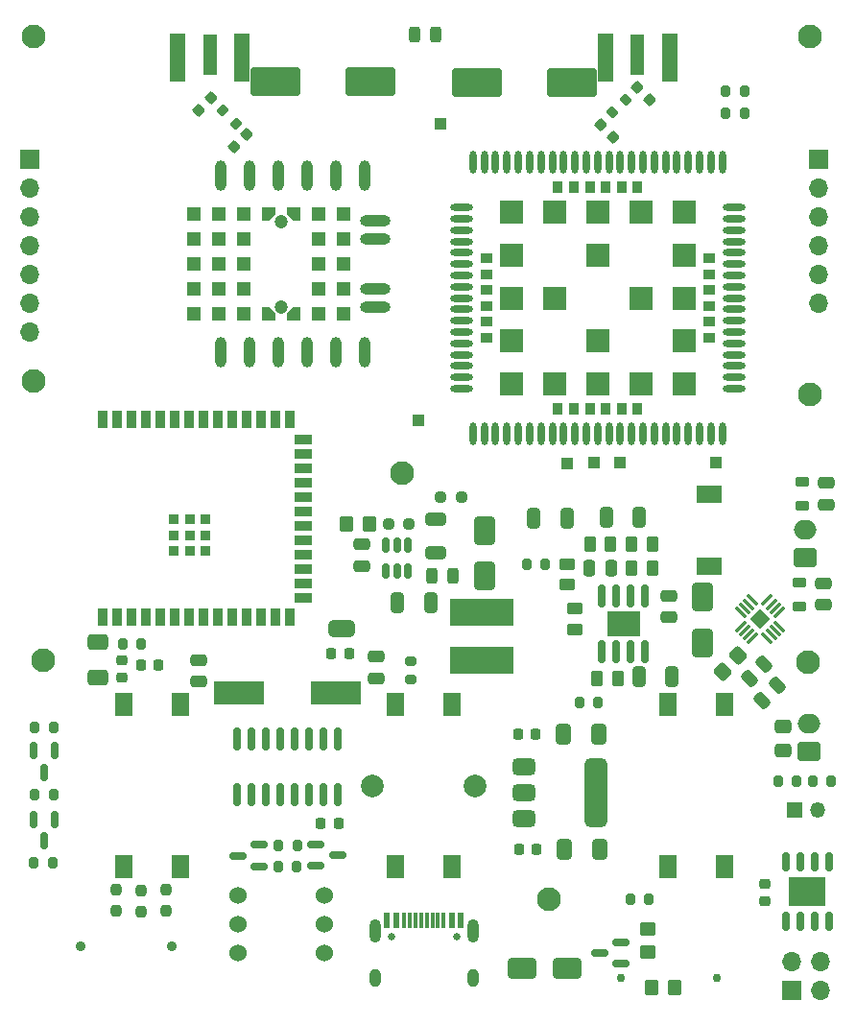
<source format=gbr>
G04 #@! TF.GenerationSoftware,KiCad,Pcbnew,9.0.2*
G04 #@! TF.CreationDate,2025-10-13T16:39:09+05:30*
G04 #@! TF.ProjectId,V12A_LH,56313241-5f4c-4482-9e6b-696361645f70,rev?*
G04 #@! TF.SameCoordinates,Original*
G04 #@! TF.FileFunction,Soldermask,Top*
G04 #@! TF.FilePolarity,Negative*
%FSLAX46Y46*%
G04 Gerber Fmt 4.6, Leading zero omitted, Abs format (unit mm)*
G04 Created by KiCad (PCBNEW 9.0.2) date 2025-10-13 16:39:09*
%MOMM*%
%LPD*%
G01*
G04 APERTURE LIST*
G04 Aperture macros list*
%AMRoundRect*
0 Rectangle with rounded corners*
0 $1 Rounding radius*
0 $2 $3 $4 $5 $6 $7 $8 $9 X,Y pos of 4 corners*
0 Add a 4 corners polygon primitive as box body*
4,1,4,$2,$3,$4,$5,$6,$7,$8,$9,$2,$3,0*
0 Add four circle primitives for the rounded corners*
1,1,$1+$1,$2,$3*
1,1,$1+$1,$4,$5*
1,1,$1+$1,$6,$7*
1,1,$1+$1,$8,$9*
0 Add four rect primitives between the rounded corners*
20,1,$1+$1,$2,$3,$4,$5,0*
20,1,$1+$1,$4,$5,$6,$7,0*
20,1,$1+$1,$6,$7,$8,$9,0*
20,1,$1+$1,$8,$9,$2,$3,0*%
%AMRotRect*
0 Rectangle, with rotation*
0 The origin of the aperture is its center*
0 $1 length*
0 $2 width*
0 $3 Rotation angle, in degrees counterclockwise*
0 Add horizontal line*
21,1,$1,$2,0,0,$3*%
%AMFreePoly0*
4,1,19,0.559954,0.582520,0.597008,0.531520,0.602000,0.500000,0.602000,0.000000,0.582520,-0.059954,0.572125,-0.072125,0.072125,-0.572125,0.015956,-0.600744,0.000000,-0.602000,-0.500000,-0.602000,-0.559954,-0.582520,-0.597008,-0.531520,-0.602000,-0.500000,-0.602000,0.500000,-0.582520,0.559954,-0.531520,0.597008,-0.500000,0.602000,0.500000,0.602000,0.559954,0.582520,0.559954,0.582520,
$1*%
%AMFreePoly1*
4,1,19,0.559954,0.582520,0.597008,0.531520,0.602000,0.500000,0.602000,-0.500000,0.582520,-0.559954,0.531520,-0.597008,0.500000,-0.602000,0.000000,-0.602000,-0.059954,-0.582520,-0.072125,-0.572125,-0.572125,-0.072125,-0.600744,-0.015956,-0.602000,0.000000,-0.602000,0.500000,-0.582520,0.559954,-0.531520,0.597008,-0.500000,0.602000,0.500000,0.602000,0.559954,0.582520,0.559954,0.582520,
$1*%
%AMFreePoly2*
4,1,19,0.059954,0.582520,0.072125,0.572125,0.572125,0.072125,0.600744,0.015956,0.602000,0.000000,0.602000,-0.500000,0.582520,-0.559954,0.531520,-0.597008,0.500000,-0.602000,-0.500000,-0.602000,-0.559954,-0.582520,-0.597008,-0.531520,-0.602000,-0.500000,-0.602000,0.500000,-0.582520,0.559954,-0.531520,0.597008,-0.500000,0.602000,0.000000,0.602000,0.059954,0.582520,0.059954,0.582520,
$1*%
%AMFreePoly3*
4,1,19,0.559954,0.582520,0.597008,0.531520,0.602000,0.500000,0.602000,-0.500000,0.582520,-0.559954,0.531520,-0.597008,0.500000,-0.602000,-0.500000,-0.602000,-0.559954,-0.582520,-0.597008,-0.531520,-0.602000,-0.500000,-0.602000,0.000000,-0.582520,0.059954,-0.572125,0.072125,-0.072125,0.572125,-0.015956,0.600744,0.000000,0.602000,0.500000,0.602000,0.559954,0.582520,0.559954,0.582520,
$1*%
%AMFreePoly4*
4,1,23,0.500000,-0.750000,0.000000,-0.750000,0.000000,-0.745722,-0.065263,-0.745722,-0.191342,-0.711940,-0.304381,-0.646677,-0.396677,-0.554381,-0.461940,-0.441342,-0.495722,-0.315263,-0.495722,-0.250000,-0.500000,-0.250000,-0.500000,0.250000,-0.495722,0.250000,-0.495722,0.315263,-0.461940,0.441342,-0.396677,0.554381,-0.304381,0.646677,-0.191342,0.711940,-0.065263,0.745722,0.000000,0.745722,
0.000000,0.750000,0.500000,0.750000,0.500000,-0.750000,0.500000,-0.750000,$1*%
%AMFreePoly5*
4,1,23,0.000000,0.745722,0.065263,0.745722,0.191342,0.711940,0.304381,0.646677,0.396677,0.554381,0.461940,0.441342,0.495722,0.315263,0.495722,0.250000,0.500000,0.250000,0.500000,-0.250000,0.495722,-0.250000,0.495722,-0.315263,0.461940,-0.441342,0.396677,-0.554381,0.304381,-0.646677,0.191342,-0.711940,0.065263,-0.745722,0.000000,-0.745722,0.000000,-0.750000,-0.500000,-0.750000,
-0.500000,0.750000,0.000000,0.750000,0.000000,0.745722,0.000000,0.745722,$1*%
G04 Aperture macros list end*
%ADD10R,1.500000X2.000000*%
%ADD11RoundRect,0.250000X-0.159099X0.512652X-0.512652X0.159099X0.159099X-0.512652X0.512652X-0.159099X0*%
%ADD12RoundRect,0.250000X-0.450000X0.262500X-0.450000X-0.262500X0.450000X-0.262500X0.450000X0.262500X0*%
%ADD13RoundRect,0.250000X-0.350000X-0.450000X0.350000X-0.450000X0.350000X0.450000X-0.350000X0.450000X0*%
%ADD14O,2.000000X0.600000*%
%ADD15O,0.600000X2.000000*%
%ADD16R,2.100000X2.100000*%
%ADD17R,1.100000X0.900000*%
%ADD18R,0.900000X1.100000*%
%ADD19RoundRect,0.250000X0.475000X-0.250000X0.475000X0.250000X-0.475000X0.250000X-0.475000X-0.250000X0*%
%ADD20RoundRect,0.218750X-0.381250X0.218750X-0.381250X-0.218750X0.381250X-0.218750X0.381250X0.218750X0*%
%ADD21RoundRect,0.200000X-0.275000X0.200000X-0.275000X-0.200000X0.275000X-0.200000X0.275000X0.200000X0*%
%ADD22RoundRect,0.237500X0.237500X-0.250000X0.237500X0.250000X-0.237500X0.250000X-0.237500X-0.250000X0*%
%ADD23C,2.100000*%
%ADD24RoundRect,0.200000X0.200000X0.275000X-0.200000X0.275000X-0.200000X-0.275000X0.200000X-0.275000X0*%
%ADD25RoundRect,0.250000X-0.262500X-0.450000X0.262500X-0.450000X0.262500X0.450000X-0.262500X0.450000X0*%
%ADD26R,1.000000X1.000000*%
%ADD27RoundRect,0.225000X0.225000X0.250000X-0.225000X0.250000X-0.225000X-0.250000X0.225000X-0.250000X0*%
%ADD28RoundRect,0.150000X-0.150000X0.587500X-0.150000X-0.587500X0.150000X-0.587500X0.150000X0.587500X0*%
%ADD29O,1.004000X2.704000*%
%ADD30O,2.704000X1.004000*%
%ADD31RoundRect,0.102000X0.500000X-0.500000X0.500000X0.500000X-0.500000X0.500000X-0.500000X-0.500000X0*%
%ADD32FreePoly0,90.000000*%
%ADD33FreePoly1,90.000000*%
%ADD34FreePoly2,90.000000*%
%ADD35FreePoly3,90.000000*%
%ADD36RoundRect,0.237500X0.250000X0.237500X-0.250000X0.237500X-0.250000X-0.237500X0.250000X-0.237500X0*%
%ADD37R,1.700000X1.700000*%
%ADD38O,1.700000X1.700000*%
%ADD39RoundRect,0.250000X-0.650000X1.000000X-0.650000X-1.000000X0.650000X-1.000000X0.650000X1.000000X0*%
%ADD40RoundRect,0.250000X1.950000X1.000000X-1.950000X1.000000X-1.950000X-1.000000X1.950000X-1.000000X0*%
%ADD41RoundRect,0.150000X0.587500X0.150000X-0.587500X0.150000X-0.587500X-0.150000X0.587500X-0.150000X0*%
%ADD42RoundRect,0.250000X0.250000X0.475000X-0.250000X0.475000X-0.250000X-0.475000X0.250000X-0.475000X0*%
%ADD43RoundRect,0.150000X0.150000X-0.662500X0.150000X0.662500X-0.150000X0.662500X-0.150000X-0.662500X0*%
%ADD44R,3.200000X2.514000*%
%ADD45RoundRect,0.200000X-0.200000X-0.275000X0.200000X-0.275000X0.200000X0.275000X-0.200000X0.275000X0*%
%ADD46R,1.270000X3.600000*%
%ADD47R,1.350000X4.200000*%
%ADD48R,0.900000X1.500000*%
%ADD49R,1.500000X0.900000*%
%ADD50R,0.900000X0.900000*%
%ADD51C,1.524000*%
%ADD52RoundRect,0.225000X-0.250000X0.225000X-0.250000X-0.225000X0.250000X-0.225000X0.250000X0.225000X0*%
%ADD53RoundRect,0.200000X-0.335876X-0.053033X-0.053033X-0.335876X0.335876X0.053033X0.053033X0.335876X0*%
%ADD54RoundRect,0.150000X-0.150000X0.825000X-0.150000X-0.825000X0.150000X-0.825000X0.150000X0.825000X0*%
%ADD55R,3.000000X2.290000*%
%ADD56RoundRect,0.250000X-0.650000X0.325000X-0.650000X-0.325000X0.650000X-0.325000X0.650000X0.325000X0*%
%ADD57RoundRect,0.250000X-0.412500X-0.650000X0.412500X-0.650000X0.412500X0.650000X-0.412500X0.650000X0*%
%ADD58RoundRect,0.225000X0.017678X-0.335876X0.335876X-0.017678X-0.017678X0.335876X-0.335876X0.017678X0*%
%ADD59RoundRect,0.250000X0.070711X-0.565685X0.565685X-0.070711X-0.070711X0.565685X-0.565685X0.070711X0*%
%ADD60RoundRect,0.250000X-1.950000X-1.000000X1.950000X-1.000000X1.950000X1.000000X-1.950000X1.000000X0*%
%ADD61RoundRect,0.218750X0.381250X-0.218750X0.381250X0.218750X-0.381250X0.218750X-0.381250X-0.218750X0*%
%ADD62R,5.700000X2.400000*%
%ADD63RoundRect,0.250000X-0.325000X-0.650000X0.325000X-0.650000X0.325000X0.650000X-0.325000X0.650000X0*%
%ADD64RoundRect,0.250000X-0.475000X0.250000X-0.475000X-0.250000X0.475000X-0.250000X0.475000X0.250000X0*%
%ADD65FreePoly4,180.000000*%
%ADD66FreePoly5,180.000000*%
%ADD67RoundRect,0.243750X-0.243750X-0.456250X0.243750X-0.456250X0.243750X0.456250X-0.243750X0.456250X0*%
%ADD68RoundRect,0.225000X0.335876X0.017678X0.017678X0.335876X-0.335876X-0.017678X-0.017678X-0.335876X0*%
%ADD69RoundRect,0.200000X-0.053033X0.335876X-0.335876X0.053033X0.053033X-0.335876X0.335876X-0.053033X0*%
%ADD70RoundRect,0.250000X-0.450000X0.350000X-0.450000X-0.350000X0.450000X-0.350000X0.450000X0.350000X0*%
%ADD71RoundRect,0.062500X-0.355321X-0.443710X0.443710X0.355321X0.355321X0.443710X-0.443710X-0.355321X0*%
%ADD72RoundRect,0.062500X0.355321X-0.443710X0.443710X-0.355321X-0.355321X0.443710X-0.443710X0.355321X0*%
%ADD73RotRect,1.230000X1.230000X45.000000*%
%ADD74RoundRect,0.250000X-0.475000X0.337500X-0.475000X-0.337500X0.475000X-0.337500X0.475000X0.337500X0*%
%ADD75RoundRect,0.250000X0.159099X-0.512652X0.512652X-0.159099X-0.159099X0.512652X-0.512652X0.159099X0*%
%ADD76RoundRect,0.250000X0.262500X0.450000X-0.262500X0.450000X-0.262500X-0.450000X0.262500X-0.450000X0*%
%ADD77RoundRect,0.150000X-0.587500X-0.150000X0.587500X-0.150000X0.587500X0.150000X-0.587500X0.150000X0*%
%ADD78C,2.000000*%
%ADD79RoundRect,0.150000X-0.150000X0.512500X-0.150000X-0.512500X0.150000X-0.512500X0.150000X0.512500X0*%
%ADD80C,0.650000*%
%ADD81R,0.600000X1.450000*%
%ADD82R,0.300000X1.450000*%
%ADD83O,1.000000X2.100000*%
%ADD84O,1.000000X1.600000*%
%ADD85RoundRect,0.250000X0.450000X-0.262500X0.450000X0.262500X-0.450000X0.262500X-0.450000X-0.262500X0*%
%ADD86R,1.350000X1.350000*%
%ADD87O,1.350000X1.350000*%
%ADD88RoundRect,0.250000X0.325000X0.650000X-0.325000X0.650000X-0.325000X-0.650000X0.325000X-0.650000X0*%
%ADD89RoundRect,0.250000X1.000000X0.650000X-1.000000X0.650000X-1.000000X-0.650000X1.000000X-0.650000X0*%
%ADD90R,4.500000X2.000000*%
%ADD91R,2.200000X1.500000*%
%ADD92RoundRect,0.250000X-0.650000X0.412500X-0.650000X-0.412500X0.650000X-0.412500X0.650000X0.412500X0*%
%ADD93RoundRect,0.375000X-0.625000X-0.375000X0.625000X-0.375000X0.625000X0.375000X-0.625000X0.375000X0*%
%ADD94RoundRect,0.500000X-0.500000X-2.550000X0.500000X-2.550000X0.500000X2.550000X-0.500000X2.550000X0*%
%ADD95RoundRect,0.237500X-0.250000X-0.237500X0.250000X-0.237500X0.250000X0.237500X-0.250000X0.237500X0*%
%ADD96C,1.200000*%
%ADD97C,0.750000*%
%ADD98RoundRect,0.250000X0.750000X-0.600000X0.750000X0.600000X-0.750000X0.600000X-0.750000X-0.600000X0*%
%ADD99O,2.000000X1.700000*%
%ADD100C,0.900000*%
G04 APERTURE END LIST*
G04 #@! TO.C,JP1*
G36*
X31127600Y33387600D02*
G01*
X30827600Y33387600D01*
X30827600Y34887600D01*
X31127600Y34887600D01*
X31127600Y33387600D01*
G37*
G04 #@! TD*
D10*
G04 #@! TO.C,SW3*
X64750000Y27450000D03*
X59750000Y27450000D03*
X64750000Y13150000D03*
X59750000Y13150000D03*
G04 #@! TD*
D11*
G04 #@! TO.C,C43*
X68286551Y31075551D03*
X66943049Y29732049D03*
G04 #@! TD*
D12*
G04 #@! TO.C,R53*
X50893400Y39877200D03*
X50893400Y38052200D03*
G04 #@! TD*
D13*
G04 #@! TO.C,R31*
X58334400Y2489200D03*
X60334400Y2489200D03*
G04 #@! TD*
D14*
G04 #@! TO.C,IC1*
X41578600Y71327600D03*
X41578600Y70327600D03*
X41578600Y69327600D03*
X41578600Y68327600D03*
X41578600Y67327600D03*
X41578600Y66327600D03*
X41578600Y65327600D03*
X41578600Y64327600D03*
X41578600Y63327600D03*
X41578600Y62327600D03*
X41578600Y61327600D03*
X41578600Y60327600D03*
X41578600Y59327600D03*
X41578600Y58327600D03*
X41578600Y57327600D03*
X41578600Y56327600D03*
X41578600Y55327600D03*
D15*
X45578600Y51327600D03*
X46578600Y51327600D03*
X47578600Y51327600D03*
X48578600Y51327600D03*
X49578600Y51327600D03*
X50578600Y51327600D03*
X51578600Y51327600D03*
X52578600Y51327600D03*
X53578600Y51327600D03*
X54578600Y51327600D03*
X55578600Y51327600D03*
X56578600Y51327600D03*
X57578600Y51327600D03*
X58578600Y51327600D03*
X59578600Y51327600D03*
X60578600Y51327600D03*
X61578600Y51327600D03*
D14*
X65578600Y55327600D03*
X65578600Y56327600D03*
X65578600Y57327600D03*
X65578600Y58327600D03*
X65578600Y59327600D03*
X65578600Y60327600D03*
X65578600Y61327600D03*
X65578600Y62327600D03*
X65578600Y63327600D03*
X65578600Y64327600D03*
X65578600Y65327600D03*
X65578600Y66327600D03*
X65578600Y67327600D03*
X65578600Y68327600D03*
X65578600Y69327600D03*
X65578600Y70327600D03*
X65578600Y71327600D03*
D15*
X61578600Y75327600D03*
X60578600Y75327600D03*
X59578600Y75327600D03*
X58578600Y75327600D03*
X57578600Y75327600D03*
X56578600Y75327600D03*
X55578600Y75327600D03*
X54578600Y75327600D03*
X53578600Y75327600D03*
X52578600Y75327600D03*
X51578600Y75327600D03*
X50578600Y75327600D03*
X49578600Y75327600D03*
X48578600Y75327600D03*
X47578600Y75327600D03*
X46578600Y75327600D03*
X45578600Y75327600D03*
D16*
X45978600Y70927600D03*
X45978600Y67127600D03*
X45978600Y63327600D03*
X45978600Y59527600D03*
X45978600Y55727600D03*
X49778600Y55727600D03*
X53578600Y55727600D03*
X57378600Y55727600D03*
X61178600Y55727600D03*
X61178600Y59527600D03*
X61178600Y63327600D03*
X61178600Y67127600D03*
X61178600Y70927600D03*
X57378600Y70927600D03*
X53578600Y70927600D03*
X49778600Y70927600D03*
X49778600Y63327600D03*
X53578600Y59527600D03*
X57378600Y63327600D03*
X53578600Y67127600D03*
D15*
X42578600Y51327600D03*
X43578600Y51327600D03*
X44578600Y51327600D03*
X62578600Y51327600D03*
X63578600Y51327600D03*
X64578600Y51327600D03*
X64578600Y75327600D03*
X63578600Y75327600D03*
X62578600Y75327600D03*
X44578600Y75327600D03*
X43578600Y75327600D03*
X42578600Y75327600D03*
D17*
X43778600Y66827600D03*
X43778600Y65427600D03*
X43778600Y64027600D03*
X43778600Y62627600D03*
X43778600Y61227600D03*
X43778600Y59827600D03*
D18*
X50078600Y53527600D03*
X51478600Y53527600D03*
X52878600Y53527600D03*
X54278600Y53527600D03*
X55678600Y53527600D03*
X57078600Y53527600D03*
D17*
X63378600Y59827600D03*
X63378600Y61227600D03*
X63378600Y62627600D03*
X63378600Y64027600D03*
X63378600Y65427600D03*
X63378600Y66827600D03*
D18*
X57078600Y73127600D03*
X55678600Y73127600D03*
X54278600Y73127600D03*
X52878600Y73127600D03*
X51478600Y73127600D03*
X50078600Y73127600D03*
G04 #@! TD*
D19*
G04 #@! TO.C,C39*
X59859600Y35156600D03*
X59859600Y37056600D03*
G04 #@! TD*
D20*
G04 #@! TO.C,FB2*
X71374000Y38222700D03*
X71374000Y36097700D03*
G04 #@! TD*
D21*
G04 #@! TO.C,R33*
X37109400Y31305000D03*
X37109400Y29655000D03*
G04 #@! TD*
D22*
G04 #@! TO.C,R44*
X13309600Y9222100D03*
X13309600Y11047100D03*
G04 #@! TD*
D23*
G04 #@! TO.C,H6*
X72350000Y86425000D03*
G04 #@! TD*
D24*
G04 #@! TO.C,R21*
X71144400Y20688800D03*
X69494400Y20688800D03*
G04 #@! TD*
D25*
G04 #@! TO.C,R51*
X52912000Y41630600D03*
X54737000Y41630600D03*
G04 #@! TD*
D26*
G04 #@! TO.C,TP5*
X63982600Y48793400D03*
G04 #@! TD*
D27*
G04 #@! TO.C,C17*
X48095200Y24815800D03*
X46545200Y24815800D03*
G04 #@! TD*
D28*
G04 #@! TO.C,Q10*
X5715000Y17348200D03*
X3815000Y17348200D03*
X4765000Y15473200D03*
G04 #@! TD*
D29*
G04 #@! TO.C,U6*
X20325000Y58590000D03*
X22865000Y58590000D03*
X25405000Y58590000D03*
X27945000Y58590000D03*
X30485000Y58590000D03*
X33025000Y58590000D03*
X33025000Y74090000D03*
X30485000Y74090000D03*
X27945000Y74090000D03*
X25405000Y74090000D03*
X22865000Y74090000D03*
X20325000Y74090000D03*
D30*
X33925000Y62530000D03*
X33925000Y64170000D03*
X33925000Y68510000D03*
X33925000Y70150000D03*
D31*
X17975000Y61940000D03*
X17975000Y64140000D03*
X17975000Y66340000D03*
X17975000Y68540000D03*
X17975000Y70740000D03*
X20175000Y61940000D03*
X20175000Y64140000D03*
X20175000Y66340000D03*
X20175000Y68540000D03*
X20175000Y70740000D03*
X22375000Y61940000D03*
X22375000Y64140000D03*
X22375000Y66340000D03*
X22375000Y68540000D03*
X22375000Y70740000D03*
D32*
X24575000Y61940000D03*
D33*
X24575000Y70740000D03*
D34*
X26775000Y61940000D03*
D35*
X26775000Y70740000D03*
D31*
X28975000Y61940000D03*
X28975000Y64140000D03*
X28975000Y66340000D03*
X28975000Y68540000D03*
X28975000Y70740000D03*
X31175000Y61940000D03*
X31175000Y64140000D03*
X31175000Y66340000D03*
X31175000Y68540000D03*
X31175000Y70740000D03*
G04 #@! TD*
D26*
G04 #@! TO.C,TP6*
X39725600Y78663800D03*
G04 #@! TD*
D36*
G04 #@! TO.C,R36*
X36927800Y43434000D03*
X35102800Y43434000D03*
G04 #@! TD*
D37*
G04 #@! TO.C,J11*
X73050000Y75540000D03*
D38*
X73050000Y73000000D03*
X73050000Y70460000D03*
X73050000Y67920000D03*
X73050000Y65380000D03*
X73050000Y62840000D03*
G04 #@! TD*
D23*
G04 #@! TO.C,H5*
X3825000Y56000000D03*
G04 #@! TD*
D39*
G04 #@! TO.C,D9*
X43586400Y42817800D03*
X43586400Y38817800D03*
G04 #@! TD*
D40*
G04 #@! TO.C,C46*
X33553400Y82423000D03*
X25153400Y82423000D03*
G04 #@! TD*
D41*
G04 #@! TO.C,Q6*
X55623700Y4587200D03*
X55623700Y6487200D03*
X53748700Y5537200D03*
G04 #@! TD*
D42*
G04 #@! TO.C,C38*
X54751000Y39522400D03*
X52851000Y39522400D03*
G04 #@! TD*
D23*
G04 #@! TO.C,H3*
X3825000Y86400000D03*
G04 #@! TD*
D43*
G04 #@! TO.C,U1*
X70170800Y8321099D03*
X71440800Y8321100D03*
X72710800Y8321100D03*
X73980800Y8321099D03*
X73980800Y13596101D03*
X72710800Y13596100D03*
X71440800Y13596100D03*
X70170800Y13596101D03*
D44*
X72075800Y10958600D03*
G04 #@! TD*
D45*
G04 #@! TO.C,R11*
X64875000Y81575000D03*
X66525000Y81575000D03*
G04 #@! TD*
G04 #@! TO.C,R35*
X25387800Y13157200D03*
X27037800Y13157200D03*
G04 #@! TD*
D46*
G04 #@! TO.C,J8*
X19375000Y84775000D03*
D47*
X22200000Y84575000D03*
X16550000Y84575000D03*
G04 #@! TD*
D19*
G04 #@! TO.C,C28*
X32731400Y39697800D03*
X32731400Y41597800D03*
G04 #@! TD*
D48*
G04 #@! TO.C,U5*
X9870000Y35150000D03*
X11140000Y35150000D03*
X12410000Y35150000D03*
X13680000Y35150000D03*
X14950000Y35150000D03*
X16220000Y35150000D03*
X17490000Y35150000D03*
X18760000Y35150000D03*
X20030000Y35150000D03*
X21300000Y35150000D03*
X22570000Y35150000D03*
X23840000Y35150000D03*
X25110000Y35150000D03*
X26380000Y35150000D03*
D49*
X27630000Y36915000D03*
X27630000Y38185000D03*
X27630000Y39455000D03*
X27630000Y40725000D03*
X27630000Y41995000D03*
X27630000Y43265000D03*
X27630000Y44535000D03*
X27630000Y45805000D03*
X27630000Y47075000D03*
X27630000Y48345000D03*
X27630000Y49615000D03*
X27630000Y50885000D03*
D48*
X26380000Y52650000D03*
X25110000Y52650000D03*
X23840000Y52650000D03*
X22570000Y52650000D03*
X21300000Y52650000D03*
X20030000Y52650000D03*
X18760000Y52650000D03*
X17490000Y52650000D03*
X16220000Y52650000D03*
X14950000Y52650000D03*
X13680000Y52650000D03*
X12410000Y52650000D03*
X11140000Y52650000D03*
X9870000Y52650000D03*
D50*
X17590000Y42400000D03*
X17590000Y41000000D03*
X17590000Y43800000D03*
X18990000Y41000000D03*
X18990000Y42400000D03*
X18990000Y43800000D03*
X16190000Y41000000D03*
X16190000Y42400000D03*
X16190000Y43800000D03*
G04 #@! TD*
D51*
G04 #@! TO.C,U9*
X29460000Y8130000D03*
X29460000Y10670000D03*
X21840000Y5590000D03*
X29460000Y5590000D03*
X21840000Y8130000D03*
X21840000Y10670000D03*
G04 #@! TD*
D52*
G04 #@! TO.C,C15*
X68351400Y11671600D03*
X68351400Y10121600D03*
G04 #@! TD*
D53*
G04 #@! TO.C,R46*
X20473237Y79882163D03*
X21639963Y78715437D03*
G04 #@! TD*
D24*
G04 #@! TO.C,R59*
X5550000Y19508200D03*
X3900000Y19508200D03*
G04 #@! TD*
D54*
G04 #@! TO.C,U7*
X57776800Y37058600D03*
X56506800Y37058600D03*
X55236800Y37058600D03*
X53966800Y37058600D03*
X53966800Y32108600D03*
X55236800Y32108600D03*
X56506800Y32108600D03*
X57776800Y32108600D03*
D55*
X55871800Y34583600D03*
G04 #@! TD*
D56*
G04 #@! TO.C,C29*
X39266400Y43847800D03*
X39266400Y40897800D03*
G04 #@! TD*
D22*
G04 #@! TO.C,R43*
X11125200Y9272900D03*
X11125200Y11097900D03*
G04 #@! TD*
D57*
G04 #@! TO.C,C18*
X50532900Y24815800D03*
X53657900Y24815800D03*
G04 #@! TD*
D37*
G04 #@! TO.C,J9*
X3500000Y75540000D03*
D38*
X3500000Y73000000D03*
X3500000Y70460000D03*
X3500000Y67920000D03*
X3500000Y65380000D03*
X3500000Y62840000D03*
X3500000Y60300000D03*
G04 #@! TD*
D13*
G04 #@! TO.C,R37*
X33448900Y43392800D03*
X31448900Y43392800D03*
G04 #@! TD*
D58*
G04 #@! TO.C,C33*
X18349592Y79868392D03*
X19445608Y80964408D03*
G04 #@! TD*
D59*
G04 #@! TO.C,R57*
X64570893Y30357093D03*
X65985107Y31771307D03*
G04 #@! TD*
D60*
G04 #@! TO.C,C34*
X42933400Y82372200D03*
X51333400Y82372200D03*
G04 #@! TD*
D27*
G04 #@! TO.C,C26*
X31636000Y31953200D03*
X30086000Y31953200D03*
G04 #@! TD*
D45*
G04 #@! TO.C,R56*
X47291800Y39873600D03*
X48941800Y39873600D03*
G04 #@! TD*
D19*
G04 #@! TO.C,C25*
X18415000Y29514800D03*
X18415000Y31414800D03*
G04 #@! TD*
D24*
G04 #@! TO.C,R34*
X27057800Y15072200D03*
X25407800Y15072200D03*
G04 #@! TD*
D61*
G04 #@! TO.C,FB3*
X71653400Y44962300D03*
X71653400Y47087300D03*
G04 #@! TD*
D62*
G04 #@! TO.C,L1*
X43391400Y31367800D03*
X43391400Y35567800D03*
G04 #@! TD*
D63*
G04 #@! TO.C,C32*
X57198999Y29895800D03*
X60149001Y29895800D03*
G04 #@! TD*
D64*
G04 #@! TO.C,C45*
X73736200Y47000200D03*
X73736200Y45100200D03*
G04 #@! TD*
D63*
G04 #@! TO.C,C27*
X35901400Y36452800D03*
X38851400Y36452800D03*
G04 #@! TD*
D65*
G04 #@! TO.C,JP1*
X31627600Y34137600D03*
D66*
X30327600Y34137600D03*
G04 #@! TD*
D67*
G04 #@! TO.C,D10*
X38928900Y38807800D03*
X40803900Y38807800D03*
G04 #@! TD*
D25*
G04 #@! TO.C,R48*
X56569600Y41605200D03*
X58394600Y41605200D03*
G04 #@! TD*
D41*
G04 #@! TO.C,Q7*
X23684600Y13192600D03*
X23684600Y15092600D03*
X21809600Y14142600D03*
G04 #@! TD*
D19*
G04 #@! TO.C,C44*
X73507600Y36286400D03*
X73507600Y38186400D03*
G04 #@! TD*
D24*
G04 #@! TO.C,R60*
X5470000Y13468200D03*
X3820000Y13468200D03*
G04 #@! TD*
D22*
G04 #@! TO.C,R42*
X15468600Y9272900D03*
X15468600Y11097900D03*
G04 #@! TD*
D45*
G04 #@! TO.C,R45*
X51981600Y27660600D03*
X53631600Y27660600D03*
G04 #@! TD*
D68*
G04 #@! TO.C,C48*
X58129808Y80782792D03*
X57033792Y81878808D03*
G04 #@! TD*
D69*
G04 #@! TO.C,R52*
X56031563Y80847363D03*
X54864837Y79680637D03*
G04 #@! TD*
D63*
G04 #@! TO.C,C40*
X54328800Y43967400D03*
X57278800Y43967400D03*
G04 #@! TD*
D57*
G04 #@! TO.C,C13*
X50609100Y14706600D03*
X53734100Y14706600D03*
G04 #@! TD*
D10*
G04 #@! TO.C,SW1*
X16750000Y27450000D03*
X11750000Y27450000D03*
X16750000Y13150000D03*
X11750000Y13150000D03*
G04 #@! TD*
D70*
G04 #@! TO.C,R30*
X57962800Y7670800D03*
X57962800Y5670800D03*
G04 #@! TD*
D26*
G04 #@! TO.C,TP1*
X37750000Y52525000D03*
G04 #@! TD*
D71*
G04 #@! TO.C,U8*
X66200474Y34340800D03*
X66551199Y33990075D03*
X66907580Y33633693D03*
X67261134Y33280140D03*
D72*
X68535340Y33280140D03*
X68888894Y33633693D03*
X69242447Y33987246D03*
X69596000Y34340800D03*
D71*
X69596000Y35615006D03*
X69242447Y35968560D03*
X68886065Y36324941D03*
X68535340Y36675666D03*
D72*
X67261134Y36675666D03*
X66907580Y36322113D03*
X66551199Y35965731D03*
X66200474Y35615006D03*
D73*
X67898237Y34977903D03*
G04 #@! TD*
D28*
G04 #@! TO.C,Q9*
X5715000Y23383200D03*
X3815000Y23383200D03*
X4765000Y21508200D03*
G04 #@! TD*
D74*
G04 #@! TO.C,C16*
X69926200Y25497700D03*
X69926200Y23422700D03*
G04 #@! TD*
D54*
G04 #@! TO.C,U3*
X30649000Y24446000D03*
X29379000Y24446000D03*
X28109000Y24446000D03*
X26839000Y24446000D03*
X25569000Y24446000D03*
X24299000Y24446000D03*
X23029000Y24446000D03*
X21759000Y24446000D03*
X21759000Y19496000D03*
X23029000Y19496000D03*
X24299000Y19496000D03*
X25569000Y19496000D03*
X26839000Y19496000D03*
X28109000Y19496000D03*
X29379000Y19496000D03*
X30649000Y19496000D03*
G04 #@! TD*
D75*
G04 #@! TO.C,C42*
X68086049Y27827049D03*
X69429551Y29170551D03*
G04 #@! TD*
D24*
G04 #@! TO.C,R3*
X58102000Y10312400D03*
X56452000Y10312400D03*
G04 #@! TD*
D26*
G04 #@! TO.C,TP2*
X50925000Y48742600D03*
G04 #@! TD*
D76*
G04 #@! TO.C,R49*
X55375800Y29794200D03*
X53550800Y29794200D03*
G04 #@! TD*
D37*
G04 #@! TO.C,J7*
X70713600Y2286000D03*
D38*
X70713600Y4826000D03*
X73253600Y2286000D03*
X73253600Y4826000D03*
G04 #@! TD*
D24*
G04 #@! TO.C,R20*
X74192400Y20675600D03*
X72542400Y20675600D03*
G04 #@! TD*
D77*
G04 #@! TO.C,Q8*
X28739200Y15118000D03*
X28739200Y13218000D03*
X30614200Y14168000D03*
G04 #@! TD*
D39*
G04 #@! TO.C,D12*
X62814200Y36925000D03*
X62814200Y32925000D03*
G04 #@! TD*
D45*
G04 #@! TO.C,R32*
X11646400Y32842200D03*
X13296400Y32842200D03*
G04 #@! TD*
D78*
G04 #@! TO.C,SW2*
X42725000Y20300000D03*
X33725000Y20300000D03*
D10*
X40725000Y27450000D03*
X35725000Y27450000D03*
X40725000Y13150000D03*
X35725000Y13150000D03*
G04 #@! TD*
D23*
G04 #@! TO.C,H8*
X72100000Y31200000D03*
G04 #@! TD*
D24*
G04 #@! TO.C,R12*
X66525000Y79625000D03*
X64875000Y79625000D03*
G04 #@! TD*
D23*
G04 #@! TO.C,H7*
X36325000Y47875000D03*
G04 #@! TD*
D58*
G04 #@! TO.C,C31*
X21549992Y76642592D03*
X22646008Y77738608D03*
G04 #@! TD*
D23*
G04 #@! TO.C,H1*
X4650000Y31400000D03*
G04 #@! TD*
G04 #@! TO.C,H4*
X72350000Y54800000D03*
G04 #@! TD*
D79*
G04 #@! TO.C,U4*
X36811400Y41547800D03*
X35861400Y41547800D03*
X34911400Y41547800D03*
X34911400Y39272800D03*
X35861400Y39272800D03*
X36811400Y39272800D03*
G04 #@! TD*
D27*
G04 #@! TO.C,C14*
X48171400Y14706600D03*
X46621400Y14706600D03*
G04 #@! TD*
D46*
G04 #@! TO.C,J3*
X57100000Y84775000D03*
D47*
X59925000Y84575000D03*
X54275000Y84575000D03*
G04 #@! TD*
D80*
G04 #@! TO.C,J5*
X35360000Y6970000D03*
X41140000Y6970000D03*
D81*
X35000000Y8415000D03*
X35800000Y8415000D03*
D82*
X37000000Y8415000D03*
X38000000Y8415000D03*
X38500000Y8415000D03*
X39500000Y8415000D03*
D81*
X40700000Y8415000D03*
X41500000Y8415000D03*
X41500000Y8415000D03*
X40700000Y8415000D03*
D82*
X40000000Y8415000D03*
X39000000Y8415000D03*
X37500000Y8415000D03*
X36500000Y8415000D03*
D81*
X35800000Y8415000D03*
X35000000Y8415000D03*
D83*
X33930000Y7500000D03*
D84*
X33930000Y3320000D03*
D83*
X42570000Y7500000D03*
D84*
X42570000Y3320000D03*
G04 #@! TD*
D85*
G04 #@! TO.C,R54*
X51536600Y34114100D03*
X51536600Y35939100D03*
G04 #@! TD*
D23*
G04 #@! TO.C,H2*
X49300000Y10275000D03*
G04 #@! TD*
D86*
G04 #@! TO.C,J4*
X70958200Y18135600D03*
D87*
X72958200Y18135600D03*
G04 #@! TD*
D67*
G04 #@! TO.C,D7*
X37416500Y86563200D03*
X39291500Y86563200D03*
G04 #@! TD*
D45*
G04 #@! TO.C,R58*
X3900000Y25418200D03*
X5550000Y25418200D03*
G04 #@! TD*
D88*
G04 #@! TO.C,C41*
X50903400Y43942000D03*
X47953400Y43942000D03*
G04 #@! TD*
D27*
G04 #@! TO.C,C23*
X14821200Y30962600D03*
X13271200Y30962600D03*
G04 #@! TD*
D89*
G04 #@! TO.C,D8*
X50895000Y4216400D03*
X46895000Y4216400D03*
G04 #@! TD*
D26*
G04 #@! TO.C,TP3*
X53275000Y48793400D03*
G04 #@! TD*
D90*
G04 #@! TO.C,Y1*
X21962800Y28473400D03*
X30462800Y28473400D03*
G04 #@! TD*
D91*
G04 #@! TO.C,L2*
X63427600Y39650200D03*
X63427600Y46050200D03*
G04 #@! TD*
D26*
G04 #@! TO.C,TP4*
X55575000Y48793400D03*
G04 #@! TD*
D64*
G04 #@! TO.C,C21*
X34010600Y31684000D03*
X34010600Y29784000D03*
G04 #@! TD*
D92*
G04 #@! TO.C,C24*
X9474200Y33007700D03*
X9474200Y29882700D03*
G04 #@! TD*
D93*
G04 #@! TO.C,U2*
X47116600Y22010400D03*
X47116600Y19710400D03*
D94*
X53416600Y19710400D03*
D93*
X47116600Y17410400D03*
G04 #@! TD*
D76*
G04 #@! TO.C,R47*
X58394600Y39497000D03*
X56569600Y39497000D03*
G04 #@! TD*
D95*
G04 #@! TO.C,R40*
X39754800Y45745400D03*
X41579800Y45745400D03*
G04 #@! TD*
D52*
G04 #@! TO.C,C20*
X11633200Y31407400D03*
X11633200Y29857400D03*
G04 #@! TD*
D27*
G04 #@! TO.C,C22*
X30721600Y17018000D03*
X29171600Y17018000D03*
G04 #@! TD*
D68*
G04 #@! TO.C,C47*
X54940200Y77546200D03*
X53844184Y78642216D03*
G04 #@! TD*
D96*
G04 #@! TO.C,BT1*
X25679400Y70060200D03*
X25679400Y62560200D03*
G04 #@! TD*
D97*
G04 #@! TO.C,J1*
X64109600Y3378000D03*
X55609600Y3378000D03*
G04 #@! TD*
D98*
G04 #@! TO.C,J6*
X72237600Y23291800D03*
D99*
X72237600Y25791800D03*
G04 #@! TD*
D98*
G04 #@! TO.C,J12*
X71856600Y40426000D03*
D99*
X71856600Y42926000D03*
G04 #@! TD*
D100*
G04 #@! TO.C,P1*
X16002000Y6172200D03*
X8002000Y6172200D03*
G04 #@! TD*
M02*

</source>
